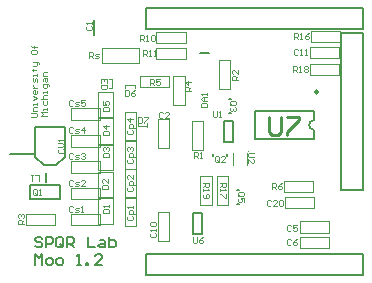
<source format=gto>
%FSAX25Y25*%
%MOIN*%
G70*
G01*
G75*
G04 Layer_Color=65535*
%ADD10R,0.02362X0.08661*%
%ADD11R,0.03543X0.02756*%
%ADD12R,0.02756X0.03543*%
%ADD13R,0.03622X0.01575*%
%ADD14R,0.01575X0.01575*%
%ADD15R,0.05118X0.05906*%
%ADD16R,0.01575X0.01575*%
%ADD17R,0.03937X0.02756*%
%ADD18R,0.04331X0.03937*%
%ADD19R,0.03347X0.03937*%
%ADD20R,0.03347X0.03937*%
%ADD21R,0.00866X0.02756*%
%ADD22R,0.03937X0.04331*%
%ADD23R,0.03937X0.09055*%
%ADD24C,0.01000*%
%ADD25C,0.00800*%
%ADD26C,0.01200*%
%ADD27C,0.01500*%
%ADD28C,0.02400*%
%ADD29C,0.04000*%
%ADD30C,0.02000*%
%ADD31C,0.02500*%
%ADD32C,0.03543*%
%ADD33C,0.03000*%
%ADD34C,0.01400*%
%ADD35C,0.03000*%
%ADD36C,0.05500*%
%ADD37C,0.06299*%
%ADD38C,0.03937*%
%ADD39R,0.03937X0.03937*%
%ADD40R,0.03937X0.03937*%
%ADD41C,0.01500*%
%ADD42C,0.01300*%
%ADD43C,0.02000*%
%ADD44C,0.02400*%
%ADD45C,0.01400*%
%ADD46C,0.01800*%
G04:AMPARAMS|DCode=47|XSize=193.75mil|YSize=195.16mil|CornerRadius=0mil|HoleSize=0mil|Usage=FLASHONLY|Rotation=45.000|XOffset=0mil|YOffset=0mil|HoleType=Round|Shape=Rectangle|*
%AMROTATEDRECTD47*
4,1,4,0.00050,-0.13750,-0.13750,0.00050,-0.00050,0.13750,0.13750,-0.00050,0.00050,-0.13750,0.0*
%
%ADD47ROTATEDRECTD47*%

%ADD48R,0.05309X0.05255*%
%ADD49R,0.01575X0.03622*%
%ADD50R,0.03937X0.07087*%
%ADD51R,0.03622X0.02362*%
%ADD52R,0.02756X0.00866*%
%ADD53O,0.06102X0.00984*%
%ADD54O,0.00984X0.06102*%
%ADD55R,0.00984X0.06102*%
%ADD56R,0.34252X0.34252*%
%ADD57R,0.02362X0.04331*%
%ADD58R,0.03150X0.01181*%
%ADD59R,0.01181X0.03642*%
%ADD60C,0.00787*%
%ADD61C,0.00984*%
%ADD62C,0.00394*%
%ADD63C,0.00300*%
%ADD64C,0.00500*%
%ADD65C,0.00299*%
D24*
X0317200Y0377798D02*
Y0372800D01*
X0318200Y0371800D01*
X0320199D01*
X0321199Y0372800D01*
Y0377798D01*
X0323198D02*
X0327197D01*
Y0376798D01*
X0323198Y0372800D01*
Y0371800D01*
D60*
X0332098Y0376626D02*
G03*
X0332010Y0373582I0000102J-0001526D01*
G01*
X0332200Y0370300D02*
Y0373400D01*
Y0376800D02*
Y0379800D01*
X0312700Y0370300D02*
X0332200D01*
X0312600Y0379900D02*
X0332200D01*
X0312600Y0370300D02*
Y0379600D01*
Y0370300D02*
Y0379900D01*
X0302225Y0369257D02*
X0305375D01*
X0302225D02*
Y0376343D01*
X0305375Y0369257D02*
Y0376343D01*
X0302225D02*
X0305375D01*
X0298438Y0364686D02*
Y0365473D01*
X0303162Y0364686D02*
Y0365473D01*
X0303827Y0383662D02*
X0304614D01*
X0303827Y0378938D02*
X0304614D01*
X0259020Y0404941D02*
Y0410059D01*
X0243007Y0355925D02*
Y0359075D01*
X0291925Y0345743D02*
X0295075D01*
Y0338657D02*
Y0345743D01*
X0291925Y0338657D02*
Y0345743D01*
Y0338657D02*
X0295075D01*
X0306427Y0353362D02*
X0307214D01*
X0306427Y0348638D02*
X0307214D01*
X0237580Y0355100D02*
X0247620D01*
X0237580Y0350500D02*
Y0355100D01*
X0247620Y0350500D02*
Y0355100D01*
X0237580Y0350500D02*
X0247620D01*
X0276357Y0406957D02*
X0348443D01*
Y0414043D01*
X0276357D02*
X0348443D01*
X0276357Y0406957D02*
Y0414043D01*
Y0325057D02*
X0348443D01*
Y0332143D01*
X0276357D02*
X0348443D01*
X0276357Y0325057D02*
Y0332143D01*
X0341357Y0353557D02*
Y0405643D01*
Y0353557D02*
X0348443D01*
Y0405643D01*
X0341357D02*
X0348443D01*
X0294125Y0399093D02*
X0297275D01*
D61*
X0333592Y0386092D02*
G03*
X0333592Y0386092I-0000492J0000000D01*
G01*
D62*
X0310494Y0366400D02*
G03*
X0310494Y0366400I-0000197J0000000D01*
G01*
X0263910Y0387430D02*
X0264985D01*
X0263950Y0390580D02*
X0265025D01*
X0265016Y0387425D02*
Y0390575D01*
X0272570Y0387422D02*
Y0388497D01*
X0269420Y0387462D02*
Y0388537D01*
X0269425Y0388528D02*
X0272575D01*
X0260241Y0342168D02*
X0265359D01*
X0260241Y0350632D02*
X0265359D01*
Y0342168D02*
Y0350632D01*
X0260241Y0342168D02*
Y0350632D01*
Y0351068D02*
X0265359D01*
X0260241Y0359532D02*
X0265359D01*
Y0351068D02*
Y0359532D01*
X0260241Y0351068D02*
Y0359532D01*
Y0359968D02*
X0265359D01*
X0260241Y0368432D02*
X0265359D01*
Y0359968D02*
Y0368432D01*
X0260241Y0359968D02*
Y0368432D01*
Y0368868D02*
X0265359D01*
X0260241Y0377332D02*
X0265359D01*
Y0368868D02*
Y0377332D01*
X0260241Y0368868D02*
Y0377332D01*
Y0377768D02*
X0265359D01*
X0260241Y0386232D02*
X0265359D01*
Y0377768D02*
Y0386232D01*
X0260241Y0377768D02*
Y0386232D01*
X0273425Y0374584D02*
X0276575D01*
X0276580Y0374575D02*
Y0375650D01*
X0273430Y0374615D02*
Y0375690D01*
X0309862Y0361732D02*
Y0365669D01*
X0305138Y0361732D02*
Y0365669D01*
D63*
X0322450Y0351100D02*
X0332150D01*
X0322450Y0347300D02*
X0332150D01*
X0322450D02*
Y0351100D01*
X0332150Y0347300D02*
Y0351100D01*
X0299900Y0358150D02*
X0303700D01*
X0299900Y0348450D02*
X0303700D01*
Y0358150D01*
X0299900Y0348450D02*
Y0358150D01*
X0298100Y0348450D02*
Y0358150D01*
X0294300Y0348450D02*
Y0358150D01*
X0298100D01*
X0294300Y0348450D02*
X0298100D01*
X0289100Y0381650D02*
Y0391350D01*
X0285300Y0381650D02*
Y0391350D01*
X0289100D01*
X0285300Y0381650D02*
X0289100D01*
X0331150Y0406400D02*
X0340850D01*
X0331150Y0402600D02*
X0340850D01*
X0331150D02*
Y0406400D01*
X0340850Y0402600D02*
Y0406400D01*
X0300500Y0387150D02*
Y0396850D01*
X0304300Y0387150D02*
Y0396850D01*
X0300500Y0387150D02*
X0304300D01*
X0300500Y0396850D02*
X0304300D01*
X0279750Y0402300D02*
X0289450D01*
X0279750Y0406100D02*
X0289450D01*
Y0402300D02*
Y0406100D01*
X0279750Y0402300D02*
Y0406100D01*
Y0397100D02*
Y0400900D01*
X0289450Y0397100D02*
Y0400900D01*
X0279750D02*
X0289450D01*
X0279750Y0397100D02*
X0289450D01*
X0269200Y0350850D02*
Y0360550D01*
X0273000Y0350850D02*
Y0360550D01*
X0269200Y0350850D02*
X0273000D01*
X0269200Y0360550D02*
X0273000D01*
X0269200Y0341350D02*
Y0351050D01*
X0273000Y0341350D02*
Y0351050D01*
X0269200Y0341350D02*
X0273000D01*
X0269200Y0351050D02*
X0273000D01*
X0269200Y0360350D02*
Y0370050D01*
X0273000Y0360350D02*
Y0370050D01*
X0269200Y0360350D02*
X0273000D01*
X0269200Y0370050D02*
X0273000D01*
X0251150Y0341700D02*
X0260850D01*
X0251150Y0345500D02*
X0260850D01*
Y0341700D02*
Y0345500D01*
X0251150Y0341700D02*
Y0345500D01*
Y0350300D02*
X0260850D01*
X0251150Y0354100D02*
X0260850D01*
Y0350300D02*
Y0354100D01*
X0251150Y0350300D02*
Y0354100D01*
Y0359200D02*
X0260850D01*
X0251150Y0363000D02*
X0260850D01*
Y0359200D02*
Y0363000D01*
X0251150Y0359200D02*
Y0363000D01*
Y0367900D02*
X0260850D01*
X0251150Y0371700D02*
X0260850D01*
Y0367900D02*
Y0371700D01*
X0251150Y0367900D02*
Y0371700D01*
Y0376800D02*
X0260850D01*
X0251150Y0380600D02*
X0260850D01*
Y0376800D02*
Y0380600D01*
X0251150Y0376800D02*
Y0380600D01*
X0269200Y0369850D02*
Y0379550D01*
X0273000Y0369850D02*
Y0379550D01*
X0269200Y0369850D02*
X0273000D01*
X0269200Y0379550D02*
X0273000D01*
X0274150Y0391400D02*
X0283850D01*
X0274150Y0387600D02*
X0283850D01*
X0274150D02*
Y0391400D01*
X0283850Y0387600D02*
Y0391400D01*
X0280100Y0367350D02*
Y0377050D01*
X0283900Y0367350D02*
Y0377050D01*
X0280100Y0367350D02*
X0283900D01*
X0280100Y0377050D02*
X0283900D01*
X0330850Y0397400D02*
Y0401200D01*
X0340550Y0397400D02*
Y0401200D01*
X0330850D02*
X0340550D01*
X0330850Y0397400D02*
X0340550D01*
X0330850Y0391700D02*
Y0395500D01*
X0340550Y0391700D02*
Y0395500D01*
X0330850D02*
X0340550D01*
X0330850Y0391700D02*
X0340550D01*
X0236150Y0341700D02*
X0245850D01*
X0236150Y0345500D02*
X0245850D01*
Y0341700D02*
Y0345500D01*
X0236150Y0341700D02*
Y0345500D01*
X0291600Y0366650D02*
Y0376350D01*
X0295400Y0366650D02*
Y0376350D01*
X0291600Y0366650D02*
X0295400D01*
X0291600Y0376350D02*
X0295400D01*
X0322350Y0356500D02*
X0332050D01*
X0322350Y0352700D02*
X0332050D01*
X0322350D02*
Y0356500D01*
X0332050Y0352700D02*
Y0356500D01*
X0280100Y0345950D02*
X0283900D01*
X0280100Y0336250D02*
X0283900D01*
Y0345950D01*
X0280100Y0336250D02*
Y0345950D01*
X0273900Y0395600D02*
Y0400600D01*
X0261750D02*
X0273900D01*
X0261750Y0395600D02*
Y0400600D01*
X0261800Y0395600D02*
X0273800D01*
X0327450Y0337900D02*
X0337150D01*
X0327450Y0334100D02*
X0337150D01*
X0327450D02*
Y0337900D01*
X0337150Y0334100D02*
Y0337900D01*
Y0339200D02*
Y0343000D01*
X0327450Y0339200D02*
Y0343000D01*
Y0339200D02*
X0337150D01*
X0327450Y0343000D02*
X0337150D01*
X0324733Y0336666D02*
X0324400Y0336999D01*
X0323733D01*
X0323400Y0336666D01*
Y0335333D01*
X0323733Y0335000D01*
X0324400D01*
X0324733Y0335333D01*
X0326732Y0336999D02*
X0326066Y0336666D01*
X0325399Y0336000D01*
Y0335333D01*
X0325733Y0335000D01*
X0326399D01*
X0326732Y0335333D01*
Y0335666D01*
X0326399Y0336000D01*
X0325399D01*
X0324633Y0341566D02*
X0324300Y0341899D01*
X0323633D01*
X0323300Y0341566D01*
Y0340233D01*
X0323633Y0339900D01*
X0324300D01*
X0324633Y0340233D01*
X0326632Y0341899D02*
X0325299D01*
Y0340900D01*
X0325966Y0341233D01*
X0326299D01*
X0326632Y0340900D01*
Y0340233D01*
X0326299Y0339900D01*
X0325633D01*
X0325299Y0340233D01*
X0294601Y0381200D02*
X0296600D01*
Y0382200D01*
X0296267Y0382533D01*
X0294934D01*
X0294601Y0382200D01*
Y0381200D01*
X0296600Y0383199D02*
X0295267D01*
X0294601Y0383866D01*
X0295267Y0384532D01*
X0296600D01*
X0295600D01*
Y0383199D01*
X0296600Y0385199D02*
Y0385865D01*
Y0385532D01*
X0294601D01*
X0294934Y0385199D01*
X0295200Y0355800D02*
X0297199D01*
Y0354800D01*
X0296866Y0354467D01*
X0296200D01*
X0295866Y0354800D01*
Y0355800D01*
Y0355134D02*
X0295200Y0354467D01*
Y0353801D02*
Y0353134D01*
Y0353467D01*
X0297199D01*
X0296866Y0353801D01*
X0295533Y0352134D02*
X0295200Y0351801D01*
Y0351135D01*
X0295533Y0350802D01*
X0296866D01*
X0297199Y0351135D01*
Y0351801D01*
X0296866Y0352134D01*
X0296533D01*
X0296200Y0351801D01*
Y0350802D01*
X0300800Y0355900D02*
X0302799D01*
Y0354900D01*
X0302466Y0354567D01*
X0301800D01*
X0301466Y0354900D01*
Y0355900D01*
Y0355234D02*
X0300800Y0354567D01*
Y0353901D02*
Y0353234D01*
Y0353567D01*
X0302799D01*
X0302466Y0353901D01*
X0302799Y0352235D02*
Y0350902D01*
X0302466D01*
X0301133Y0352235D01*
X0300800D01*
X0277934Y0339033D02*
X0277601Y0338700D01*
Y0338033D01*
X0277934Y0337700D01*
X0279267D01*
X0279600Y0338033D01*
Y0338700D01*
X0279267Y0339033D01*
X0279600Y0339699D02*
Y0340366D01*
Y0340033D01*
X0277601D01*
X0277934Y0339699D01*
Y0341366D02*
X0277601Y0341699D01*
Y0342365D01*
X0277934Y0342698D01*
X0279267D01*
X0279600Y0342365D01*
Y0341699D01*
X0279267Y0341366D01*
X0277934D01*
X0312299Y0365600D02*
X0310633D01*
X0310300Y0365267D01*
Y0364600D01*
X0310633Y0364267D01*
X0312299D01*
X0310300Y0362268D02*
Y0363601D01*
X0311633Y0362268D01*
X0311966D01*
X0312299Y0362601D01*
Y0363267D01*
X0311966Y0363601D01*
X0298700Y0379599D02*
Y0377933D01*
X0299033Y0377600D01*
X0299700D01*
X0300033Y0377933D01*
Y0379599D01*
X0300699Y0377600D02*
X0301366D01*
X0301033D01*
Y0379599D01*
X0300699Y0379266D01*
X0306800Y0390200D02*
X0304801D01*
Y0391200D01*
X0305134Y0391533D01*
X0305800D01*
X0306134Y0391200D01*
Y0390200D01*
Y0390866D02*
X0306800Y0391533D01*
Y0393532D02*
Y0392199D01*
X0305467Y0393532D01*
X0305134D01*
X0304801Y0393199D01*
Y0392533D01*
X0305134Y0392199D01*
X0325600Y0403600D02*
Y0405599D01*
X0326600D01*
X0326933Y0405266D01*
Y0404600D01*
X0326600Y0404266D01*
X0325600D01*
X0326266D02*
X0326933Y0403600D01*
X0327599D02*
X0328266D01*
X0327933D01*
Y0405599D01*
X0327599Y0405266D01*
X0330598Y0405599D02*
X0329932Y0405266D01*
X0329265Y0404600D01*
Y0403933D01*
X0329599Y0403600D01*
X0330265D01*
X0330598Y0403933D01*
Y0404266D01*
X0330265Y0404600D01*
X0329265D01*
X0275300Y0398200D02*
Y0400199D01*
X0276300D01*
X0276633Y0399866D01*
Y0399200D01*
X0276300Y0398866D01*
X0275300D01*
X0275966D02*
X0276633Y0398200D01*
X0277299D02*
X0277966D01*
X0277633D01*
Y0400199D01*
X0277299Y0399866D01*
X0278965Y0398200D02*
X0279632D01*
X0279299D01*
Y0400199D01*
X0278965Y0399866D01*
X0274400Y0403100D02*
Y0405099D01*
X0275400D01*
X0275733Y0404766D01*
Y0404100D01*
X0275400Y0403766D01*
X0274400D01*
X0275066D02*
X0275733Y0403100D01*
X0276399D02*
X0277066D01*
X0276733D01*
Y0405099D01*
X0276399Y0404766D01*
X0278065D02*
X0278399Y0405099D01*
X0279065D01*
X0279398Y0404766D01*
Y0403433D01*
X0279065Y0403100D01*
X0278399D01*
X0278065Y0403433D01*
Y0404766D01*
X0304733Y0381667D02*
X0306066D01*
X0306399Y0382000D01*
Y0382667D01*
X0306066Y0383000D01*
X0304733D01*
X0304400Y0382667D01*
Y0382000D01*
X0305066Y0382334D02*
X0304400Y0381667D01*
Y0382000D02*
X0304733Y0381667D01*
X0306066Y0381001D02*
X0306399Y0380667D01*
Y0380001D01*
X0306066Y0379668D01*
X0305733D01*
X0305400Y0380001D01*
Y0380334D01*
Y0380001D01*
X0305066Y0379668D01*
X0304733D01*
X0304400Y0380001D01*
Y0380667D01*
X0304733Y0381001D01*
X0270234Y0354333D02*
X0269901Y0354000D01*
Y0353333D01*
X0270234Y0353000D01*
X0271567D01*
X0271900Y0353333D01*
Y0354000D01*
X0271567Y0354333D01*
X0272566Y0354999D02*
X0270567D01*
Y0355999D01*
X0270900Y0356332D01*
X0271567D01*
X0271900Y0355999D01*
Y0354999D01*
Y0358332D02*
Y0356999D01*
X0270567Y0358332D01*
X0270234D01*
X0269901Y0357998D01*
Y0357332D01*
X0270234Y0356999D01*
Y0344833D02*
X0269901Y0344500D01*
Y0343833D01*
X0270234Y0343500D01*
X0271567D01*
X0271900Y0343833D01*
Y0344500D01*
X0271567Y0344833D01*
X0272566Y0345499D02*
X0270567D01*
Y0346499D01*
X0270900Y0346832D01*
X0271567D01*
X0271900Y0346499D01*
Y0345499D01*
Y0347499D02*
Y0348165D01*
Y0347832D01*
X0269901D01*
X0270234Y0347499D01*
X0300533Y0363033D02*
Y0364366D01*
X0300200Y0364699D01*
X0299533D01*
X0299200Y0364366D01*
Y0363033D01*
X0299533Y0362700D01*
X0300200D01*
X0299866Y0363366D02*
X0300533Y0362700D01*
X0300200D02*
X0300533Y0363033D01*
X0302532Y0362700D02*
X0301199D01*
X0302532Y0364033D01*
Y0364366D01*
X0302199Y0364699D01*
X0301533D01*
X0301199Y0364366D01*
X0256534Y0408133D02*
X0256201Y0407800D01*
Y0407133D01*
X0256534Y0406800D01*
X0257867D01*
X0258200Y0407133D01*
Y0407800D01*
X0257867Y0408133D01*
X0258200Y0408799D02*
Y0409466D01*
Y0409133D01*
X0256201D01*
X0256534Y0408799D01*
X0263299Y0389167D02*
Y0390500D01*
X0261300D01*
Y0389167D01*
X0262300Y0390500D02*
Y0389834D01*
X0263299Y0388501D02*
X0261300D01*
Y0387501D01*
X0261633Y0387168D01*
X0262966D01*
X0263299Y0387501D01*
Y0388501D01*
X0269400Y0386911D02*
Y0384912D01*
X0270400D01*
X0270733Y0385245D01*
Y0386578D01*
X0270400Y0386911D01*
X0269400D01*
X0272732D02*
X0272066Y0386578D01*
X0271399Y0385911D01*
Y0385245D01*
X0271733Y0384912D01*
X0272399D01*
X0272732Y0385245D01*
Y0385578D01*
X0272399Y0385911D01*
X0271399D01*
X0247134Y0367133D02*
X0246801Y0366800D01*
Y0366133D01*
X0247134Y0365800D01*
X0248467D01*
X0248800Y0366133D01*
Y0366800D01*
X0248467Y0367133D01*
X0246801Y0367799D02*
X0248134D01*
X0248800Y0368466D01*
X0248134Y0369132D01*
X0246801D01*
X0248800Y0369799D02*
Y0370465D01*
Y0370132D01*
X0246801D01*
X0247134Y0369799D01*
X0251933Y0347666D02*
X0251600Y0347999D01*
X0250933D01*
X0250600Y0347666D01*
Y0346333D01*
X0250933Y0346000D01*
X0251600D01*
X0251933Y0346333D01*
X0252599Y0346000D02*
X0253599D01*
X0253932Y0346333D01*
X0253599Y0346666D01*
X0252933D01*
X0252599Y0347000D01*
X0252933Y0347333D01*
X0253932D01*
X0254599Y0346000D02*
X0255265D01*
X0254932D01*
Y0347999D01*
X0254599Y0347666D01*
X0251933Y0356366D02*
X0251600Y0356699D01*
X0250933D01*
X0250600Y0356366D01*
Y0355033D01*
X0250933Y0354700D01*
X0251600D01*
X0251933Y0355033D01*
X0252599Y0354700D02*
X0253599D01*
X0253932Y0355033D01*
X0253599Y0355366D01*
X0252933D01*
X0252599Y0355700D01*
X0252933Y0356033D01*
X0253932D01*
X0255932Y0354700D02*
X0254599D01*
X0255932Y0356033D01*
Y0356366D01*
X0255598Y0356699D01*
X0254932D01*
X0254599Y0356366D01*
X0251933Y0365266D02*
X0251600Y0365599D01*
X0250933D01*
X0250600Y0365266D01*
Y0363933D01*
X0250933Y0363600D01*
X0251600D01*
X0251933Y0363933D01*
X0252599Y0363600D02*
X0253599D01*
X0253932Y0363933D01*
X0253599Y0364266D01*
X0252933D01*
X0252599Y0364600D01*
X0252933Y0364933D01*
X0253932D01*
X0254599Y0365266D02*
X0254932Y0365599D01*
X0255598D01*
X0255932Y0365266D01*
Y0364933D01*
X0255598Y0364600D01*
X0255265D01*
X0255598D01*
X0255932Y0364266D01*
Y0363933D01*
X0255598Y0363600D01*
X0254932D01*
X0254599Y0363933D01*
X0251933Y0374066D02*
X0251600Y0374399D01*
X0250933D01*
X0250600Y0374066D01*
Y0372733D01*
X0250933Y0372400D01*
X0251600D01*
X0251933Y0372733D01*
X0252599Y0372400D02*
X0253599D01*
X0253932Y0372733D01*
X0253599Y0373066D01*
X0252933D01*
X0252599Y0373400D01*
X0252933Y0373733D01*
X0253932D01*
X0255598Y0372400D02*
Y0374399D01*
X0254599Y0373400D01*
X0255932D01*
X0251833Y0382966D02*
X0251500Y0383299D01*
X0250833D01*
X0250500Y0382966D01*
Y0381633D01*
X0250833Y0381300D01*
X0251500D01*
X0251833Y0381633D01*
X0252499Y0381300D02*
X0253499D01*
X0253832Y0381633D01*
X0253499Y0381966D01*
X0252833D01*
X0252499Y0382300D01*
X0252833Y0382633D01*
X0253832D01*
X0255832Y0383299D02*
X0254499D01*
Y0382300D01*
X0255165Y0382633D01*
X0255498D01*
X0255832Y0382300D01*
Y0381633D01*
X0255498Y0381300D01*
X0254832D01*
X0254499Y0381633D01*
X0261801Y0345600D02*
X0263800D01*
Y0346600D01*
X0263467Y0346933D01*
X0262134D01*
X0261801Y0346600D01*
Y0345600D01*
X0263800Y0347599D02*
Y0348266D01*
Y0347933D01*
X0261801D01*
X0262134Y0347599D01*
X0261701Y0353900D02*
X0263700D01*
Y0354900D01*
X0263367Y0355233D01*
X0262034D01*
X0261701Y0354900D01*
Y0353900D01*
X0263700Y0357232D02*
Y0355899D01*
X0262367Y0357232D01*
X0262034D01*
X0261701Y0356899D01*
Y0356233D01*
X0262034Y0355899D01*
X0261801Y0364300D02*
X0263800D01*
Y0365300D01*
X0263467Y0365633D01*
X0262134D01*
X0261801Y0365300D01*
Y0364300D01*
X0262134Y0366299D02*
X0261801Y0366633D01*
Y0367299D01*
X0262134Y0367632D01*
X0262467D01*
X0262800Y0367299D01*
Y0366966D01*
Y0367299D01*
X0263134Y0367632D01*
X0263467D01*
X0263800Y0367299D01*
Y0366633D01*
X0263467Y0366299D01*
X0261901Y0371800D02*
X0263900D01*
Y0372800D01*
X0263567Y0373133D01*
X0262234D01*
X0261901Y0372800D01*
Y0371800D01*
X0263900Y0374799D02*
X0261901D01*
X0262900Y0373799D01*
Y0375132D01*
X0240500Y0356401D02*
Y0358400D01*
X0239167D01*
X0238501D02*
X0237834D01*
X0238167D01*
Y0356401D01*
X0238501Y0356734D01*
X0270234Y0373333D02*
X0269901Y0373000D01*
Y0372333D01*
X0270234Y0372000D01*
X0271567D01*
X0271900Y0372333D01*
Y0373000D01*
X0271567Y0373333D01*
X0272566Y0373999D02*
X0270567D01*
Y0374999D01*
X0270900Y0375332D01*
X0271567D01*
X0271900Y0374999D01*
Y0373999D01*
Y0376998D02*
X0269901D01*
X0270900Y0375999D01*
Y0377332D01*
X0261801Y0379600D02*
X0263800D01*
Y0380600D01*
X0263467Y0380933D01*
X0262134D01*
X0261801Y0380600D01*
Y0379600D01*
Y0382932D02*
Y0381599D01*
X0262800D01*
X0262467Y0382266D01*
Y0382599D01*
X0262800Y0382932D01*
X0263467D01*
X0263800Y0382599D01*
Y0381933D01*
X0263467Y0381599D01*
X0277500Y0388400D02*
Y0390399D01*
X0278500D01*
X0278833Y0390066D01*
Y0389400D01*
X0278500Y0389066D01*
X0277500D01*
X0278166D02*
X0278833Y0388400D01*
X0280832Y0390399D02*
X0279499D01*
Y0389400D01*
X0280166Y0389733D01*
X0280499D01*
X0280832Y0389400D01*
Y0388733D01*
X0280499Y0388400D01*
X0279833D01*
X0279499Y0388733D01*
X0291100Y0386400D02*
X0289101D01*
Y0387400D01*
X0289434Y0387733D01*
X0290100D01*
X0290434Y0387400D01*
Y0386400D01*
Y0387066D02*
X0291100Y0387733D01*
Y0389399D02*
X0289101D01*
X0290100Y0388399D01*
Y0389732D01*
X0281833Y0379166D02*
X0281500Y0379499D01*
X0280833D01*
X0280500Y0379166D01*
Y0377833D01*
X0280833Y0377500D01*
X0281500D01*
X0281833Y0377833D01*
X0283832Y0377500D02*
X0282499D01*
X0283832Y0378833D01*
Y0379166D01*
X0283499Y0379499D01*
X0282833D01*
X0282499Y0379166D01*
X0273500Y0377599D02*
Y0375600D01*
X0274500D01*
X0274833Y0375933D01*
Y0377266D01*
X0274500Y0377599D01*
X0273500D01*
X0275499D02*
X0276832D01*
Y0377266D01*
X0275499Y0375933D01*
Y0375600D01*
X0239933Y0352033D02*
Y0353366D01*
X0239600Y0353699D01*
X0238933D01*
X0238600Y0353366D01*
Y0352033D01*
X0238933Y0351700D01*
X0239600D01*
X0239266Y0352366D02*
X0239933Y0351700D01*
X0239600D02*
X0239933Y0352033D01*
X0240599Y0351700D02*
X0241266D01*
X0240933D01*
Y0353699D01*
X0240599Y0353366D01*
X0235500Y0342200D02*
X0233501D01*
Y0343200D01*
X0233834Y0343533D01*
X0234500D01*
X0234834Y0343200D01*
Y0342200D01*
Y0342866D02*
X0235500Y0343533D01*
X0233834Y0344199D02*
X0233501Y0344533D01*
Y0345199D01*
X0233834Y0345532D01*
X0234167D01*
X0234500Y0345199D01*
Y0344866D01*
Y0345199D01*
X0234834Y0345532D01*
X0235167D01*
X0235500Y0345199D01*
Y0344533D01*
X0235167Y0344199D01*
X0291900Y0337899D02*
Y0336233D01*
X0292233Y0335900D01*
X0292900D01*
X0293233Y0336233D01*
Y0337899D01*
X0295232D02*
X0294566Y0337566D01*
X0293899Y0336900D01*
Y0336233D01*
X0294233Y0335900D01*
X0294899D01*
X0295232Y0336233D01*
Y0336566D01*
X0294899Y0336900D01*
X0293899D01*
X0326833Y0399966D02*
X0326500Y0400299D01*
X0325833D01*
X0325500Y0399966D01*
Y0398633D01*
X0325833Y0398300D01*
X0326500D01*
X0326833Y0398633D01*
X0327499Y0398300D02*
X0328166D01*
X0327833D01*
Y0400299D01*
X0327499Y0399966D01*
X0329166Y0398300D02*
X0329832D01*
X0329499D01*
Y0400299D01*
X0329166Y0399966D01*
X0325300Y0392600D02*
Y0394599D01*
X0326300D01*
X0326633Y0394266D01*
Y0393600D01*
X0326300Y0393266D01*
X0325300D01*
X0325966D02*
X0326633Y0392600D01*
X0327299D02*
X0327966D01*
X0327633D01*
Y0394599D01*
X0327299Y0394266D01*
X0328965D02*
X0329299Y0394599D01*
X0329965D01*
X0330298Y0394266D01*
Y0393933D01*
X0329965Y0393600D01*
X0330298Y0393266D01*
Y0392933D01*
X0329965Y0392600D01*
X0329299D01*
X0328965Y0392933D01*
Y0393266D01*
X0329299Y0393600D01*
X0328965Y0393933D01*
Y0394266D01*
X0329299Y0393600D02*
X0329965D01*
X0307333Y0351267D02*
X0308666D01*
X0308999Y0351600D01*
Y0352267D01*
X0308666Y0352600D01*
X0307333D01*
X0307000Y0352267D01*
Y0351600D01*
X0307666Y0351934D02*
X0307000Y0351267D01*
Y0351600D02*
X0307333Y0351267D01*
X0308999Y0349268D02*
Y0350601D01*
X0308000D01*
X0308333Y0349934D01*
Y0349601D01*
X0308000Y0349268D01*
X0307333D01*
X0307000Y0349601D01*
Y0350267D01*
X0307333Y0350601D01*
X0292100Y0364200D02*
Y0366199D01*
X0293100D01*
X0293433Y0365866D01*
Y0365200D01*
X0293100Y0364866D01*
X0292100D01*
X0292766D02*
X0293433Y0364200D01*
X0294099D02*
X0294766D01*
X0294433D01*
Y0366199D01*
X0294099Y0365866D01*
X0318300Y0353700D02*
Y0355699D01*
X0319300D01*
X0319633Y0355366D01*
Y0354700D01*
X0319300Y0354366D01*
X0318300D01*
X0318966D02*
X0319633Y0353700D01*
X0321632Y0355699D02*
X0320966Y0355366D01*
X0320299Y0354700D01*
Y0354033D01*
X0320633Y0353700D01*
X0321299D01*
X0321632Y0354033D01*
Y0354366D01*
X0321299Y0354700D01*
X0320299D01*
X0257100Y0397500D02*
Y0399499D01*
X0258100D01*
X0258433Y0399166D01*
Y0398500D01*
X0258100Y0398166D01*
X0257100D01*
X0257766D02*
X0258433Y0397500D01*
X0259099D02*
X0260099D01*
X0260432Y0397833D01*
X0260099Y0398166D01*
X0259433D01*
X0259099Y0398500D01*
X0259433Y0398833D01*
X0260432D01*
X0318033Y0349866D02*
X0317700Y0350199D01*
X0317033D01*
X0316700Y0349866D01*
Y0348533D01*
X0317033Y0348200D01*
X0317700D01*
X0318033Y0348533D01*
X0320032Y0348200D02*
X0318699D01*
X0320032Y0349533D01*
Y0349866D01*
X0319699Y0350199D01*
X0319033D01*
X0318699Y0349866D01*
X0320699D02*
X0321032Y0350199D01*
X0321698D01*
X0322032Y0349866D01*
Y0348533D01*
X0321698Y0348200D01*
X0321032D01*
X0320699Y0348533D01*
Y0349866D01*
X0237801Y0377700D02*
X0239467D01*
X0239800Y0378033D01*
Y0378700D01*
X0239467Y0379033D01*
X0237801D01*
X0239800Y0379699D02*
X0238467D01*
Y0380699D01*
X0238800Y0381032D01*
X0239800D01*
Y0381699D02*
Y0382365D01*
Y0382032D01*
X0238467D01*
Y0381699D01*
Y0383365D02*
X0239800Y0384031D01*
X0238467Y0384698D01*
X0239800Y0386364D02*
Y0385697D01*
X0239467Y0385364D01*
X0238800D01*
X0238467Y0385697D01*
Y0386364D01*
X0238800Y0386697D01*
X0239134D01*
Y0385364D01*
X0238467Y0387364D02*
X0239800D01*
X0239134D01*
X0238800Y0387697D01*
X0238467Y0388030D01*
Y0388363D01*
X0239800Y0389363D02*
Y0390363D01*
X0239467Y0390696D01*
X0239134Y0390363D01*
Y0389696D01*
X0238800Y0389363D01*
X0238467Y0389696D01*
Y0390696D01*
X0239800Y0391362D02*
Y0392029D01*
Y0391695D01*
X0238467D01*
Y0391362D01*
X0238134Y0393362D02*
X0238467D01*
Y0393028D01*
Y0393695D01*
Y0393362D01*
X0239467D01*
X0239800Y0393695D01*
X0238467Y0394694D02*
X0239467D01*
X0239800Y0395028D01*
Y0396027D01*
X0240133D01*
X0240466Y0395694D01*
Y0395361D01*
X0239800Y0396027D02*
X0238467D01*
X0237801Y0399693D02*
Y0399026D01*
X0238134Y0398693D01*
X0239467D01*
X0239800Y0399026D01*
Y0399693D01*
X0239467Y0400026D01*
X0238134D01*
X0237801Y0399693D01*
X0239800Y0401026D02*
X0238134D01*
X0238800D01*
Y0400693D01*
Y0401359D01*
Y0401026D01*
X0238134D01*
X0237801Y0401359D01*
X0243100Y0378000D02*
X0241101D01*
X0241767Y0378666D01*
X0241101Y0379333D01*
X0243100D01*
Y0379999D02*
Y0380666D01*
Y0380333D01*
X0241767D01*
Y0379999D01*
Y0382998D02*
Y0381999D01*
X0242100Y0381665D01*
X0242767D01*
X0243100Y0381999D01*
Y0382998D01*
X0241101Y0383665D02*
X0243100D01*
X0242100D01*
X0241767Y0383998D01*
Y0384665D01*
X0242100Y0384998D01*
X0243100D01*
Y0385664D02*
Y0386331D01*
Y0385997D01*
X0241767D01*
Y0385664D01*
X0243766Y0387997D02*
Y0388330D01*
X0243433Y0388663D01*
X0241767D01*
Y0387664D01*
X0242100Y0387330D01*
X0242767D01*
X0243100Y0387664D01*
Y0388663D01*
X0241767Y0389663D02*
Y0390329D01*
X0242100Y0390663D01*
X0243100D01*
Y0389663D01*
X0242767Y0389330D01*
X0242434Y0389663D01*
Y0390663D01*
X0243100Y0391329D02*
X0241767D01*
Y0392329D01*
X0242100Y0392662D01*
X0243100D01*
D64*
X0230800Y0365300D02*
X0238800D01*
X0242200Y0361701D02*
X0246400D01*
Y0361700D02*
X0249221Y0364521D01*
Y0374300D01*
X0239400Y0364500D02*
X0242200Y0361700D01*
X0239379Y0364600D02*
Y0374300D01*
X0249221D01*
X0239400Y0328500D02*
Y0331999D01*
X0240566Y0330833D01*
X0241733Y0331999D01*
Y0328500D01*
X0243482D02*
X0244648D01*
X0245231Y0329083D01*
Y0330249D01*
X0244648Y0330833D01*
X0243482D01*
X0242899Y0330249D01*
Y0329083D01*
X0243482Y0328500D01*
X0246981D02*
X0248147D01*
X0248730Y0329083D01*
Y0330249D01*
X0248147Y0330833D01*
X0246981D01*
X0246398Y0330249D01*
Y0329083D01*
X0246981Y0328500D01*
X0253396D02*
X0254562D01*
X0253979D01*
Y0331999D01*
X0253396Y0331416D01*
X0256311Y0328500D02*
Y0329083D01*
X0256894D01*
Y0328500D01*
X0256311D01*
X0261560D02*
X0259227D01*
X0261560Y0330833D01*
Y0331416D01*
X0260976Y0331999D01*
X0259810D01*
X0259227Y0331416D01*
X0241733Y0337216D02*
X0241149Y0337799D01*
X0239983D01*
X0239400Y0337216D01*
Y0336633D01*
X0239983Y0336049D01*
X0241149D01*
X0241733Y0335466D01*
Y0334883D01*
X0241149Y0334300D01*
X0239983D01*
X0239400Y0334883D01*
X0242899Y0334300D02*
Y0337799D01*
X0244648D01*
X0245231Y0337216D01*
Y0336049D01*
X0244648Y0335466D01*
X0242899D01*
X0248730Y0334883D02*
Y0337216D01*
X0248147Y0337799D01*
X0246981D01*
X0246398Y0337216D01*
Y0334883D01*
X0246981Y0334300D01*
X0248147D01*
X0247564Y0335466D02*
X0248730Y0334300D01*
X0248147D02*
X0248730Y0334883D01*
X0249897Y0334300D02*
Y0337799D01*
X0251646D01*
X0252229Y0337216D01*
Y0336049D01*
X0251646Y0335466D01*
X0249897D01*
X0251063D02*
X0252229Y0334300D01*
X0256894Y0337799D02*
Y0334300D01*
X0259227D01*
X0260976Y0336633D02*
X0262143D01*
X0262726Y0336049D01*
Y0334300D01*
X0260976D01*
X0260393Y0334883D01*
X0260976Y0335466D01*
X0262726D01*
X0263892Y0337799D02*
Y0334300D01*
X0265641D01*
X0266225Y0334883D01*
Y0335466D01*
Y0336049D01*
X0265641Y0336633D01*
X0263892D01*
D65*
X0270234Y0363833D02*
X0269901Y0363500D01*
Y0362833D01*
X0270234Y0362500D01*
X0271567D01*
X0271900Y0362833D01*
Y0363500D01*
X0271567Y0363833D01*
X0272566Y0364499D02*
X0270567D01*
Y0365499D01*
X0270900Y0365832D01*
X0271567D01*
X0271900Y0365499D01*
Y0364499D01*
X0270234Y0366499D02*
X0269901Y0366832D01*
Y0367498D01*
X0270234Y0367832D01*
X0270567D01*
X0270900Y0367498D01*
Y0367165D01*
Y0367498D01*
X0271234Y0367832D01*
X0271567D01*
X0271900Y0367498D01*
Y0366832D01*
X0271567Y0366499D01*
M02*

</source>
